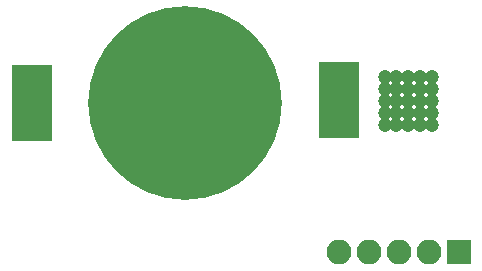
<source format=gbs>
G04 #@! TF.GenerationSoftware,KiCad,Pcbnew,no-vcs-found*
G04 #@! TF.CreationDate,2017-01-06T11:39:05+01:00*
G04 #@! TF.ProjectId,ESP32-HELP-Button-CR2032,45535033322D48454C502D427574746F,rev?*
G04 #@! TF.FileFunction,Soldermask,Bot*
G04 #@! TF.FilePolarity,Negative*
%FSLAX46Y46*%
G04 Gerber Fmt 4.6, Leading zero omitted, Abs format (unit mm)*
G04 Created by KiCad (PCBNEW no-vcs-found) date Fri Jan  6 11:39:05 2017*
%MOMM*%
%LPD*%
G01*
G04 APERTURE LIST*
%ADD10C,0.100000*%
%ADD11C,16.400000*%
%ADD12R,3.400000X6.400000*%
%ADD13O,2.100000X2.100000*%
%ADD14R,2.100000X2.100000*%
%ADD15C,1.200000*%
G04 APERTURE END LIST*
D10*
D11*
X42067961Y-45473131D03*
D12*
X29067961Y-45473131D03*
X55067961Y-45273131D03*
D13*
X55077000Y-58120000D03*
X57617000Y-58120000D03*
X60157000Y-58120000D03*
X62697000Y-58120000D03*
D14*
X65237000Y-58120000D03*
D15*
X62956000Y-43322000D03*
X61956000Y-43322000D03*
X60956000Y-43322000D03*
X59956000Y-43322000D03*
X58956000Y-43322000D03*
X58956000Y-44322000D03*
X59956000Y-44322000D03*
X60956000Y-44322000D03*
X61956000Y-44322000D03*
X62956000Y-44322000D03*
X62956000Y-46322000D03*
X61956000Y-46322000D03*
X60956000Y-46322000D03*
X59956000Y-46322000D03*
X58956000Y-46322000D03*
X58956000Y-45322000D03*
X59956000Y-45322000D03*
X60956000Y-45322000D03*
X61956000Y-45322000D03*
X62956000Y-45322000D03*
X58956000Y-47322000D03*
X59956000Y-47322000D03*
X60956000Y-47322000D03*
X61956000Y-47322000D03*
X62956000Y-47322000D03*
M02*

</source>
